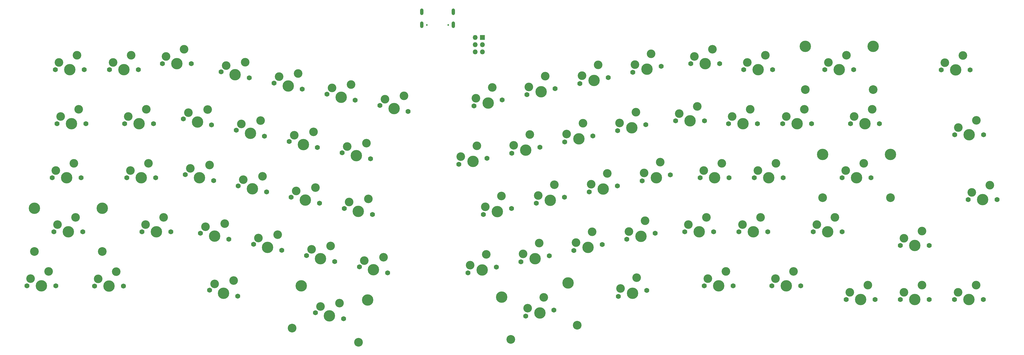
<source format=gts>
G04 #@! TF.GenerationSoftware,KiCad,Pcbnew,(5.1.6)-1*
G04 #@! TF.CreationDate,2020-11-21T10:53:14+09:00*
G04 #@! TF.ProjectId,trifecta,74726966-6563-4746-912e-6b696361645f,rev?*
G04 #@! TF.SameCoordinates,Original*
G04 #@! TF.FileFunction,Soldermask,Top*
G04 #@! TF.FilePolarity,Negative*
%FSLAX46Y46*%
G04 Gerber Fmt 4.6, Leading zero omitted, Abs format (unit mm)*
G04 Created by KiCad (PCBNEW (5.1.6)-1) date 2020-11-21 10:53:14*
%MOMM*%
%LPD*%
G01*
G04 APERTURE LIST*
%ADD10C,4.007800*%
%ADD11C,3.068000*%
%ADD12C,1.770000*%
%ADD13C,3.020000*%
%ADD14O,1.720000X1.720000*%
%ADD15R,1.720000X1.720000*%
%ADD16O,1.220000X2.320000*%
%ADD17C,0.620000*%
G04 APERTURE END LIST*
D10*
X176801763Y-95128601D03*
X200156015Y-90164502D03*
D11*
X179970337Y-110035571D03*
X203324589Y-105071471D03*
D12*
X195164190Y-99664969D03*
X185226210Y-101777351D03*
D13*
X185940362Y-99028809D03*
D10*
X190195200Y-100721160D03*
D13*
X191623504Y-95224074D03*
D12*
X258180340Y-91187186D03*
X248020340Y-91187186D03*
D13*
X249290340Y-88647186D03*
D10*
X253100340Y-91187186D03*
D13*
X255640340Y-86107186D03*
D12*
X281992840Y-91187186D03*
X271832840Y-91187186D03*
D13*
X273102840Y-88647186D03*
D10*
X276912840Y-91187186D03*
D13*
X279452840Y-86107186D03*
D12*
X308186590Y-95949686D03*
X298026590Y-95949686D03*
D13*
X299296590Y-93409686D03*
D10*
X303106590Y-95949686D03*
D13*
X305646590Y-90869686D03*
D12*
X327236590Y-95949686D03*
X317076590Y-95949686D03*
D13*
X318346590Y-93409686D03*
D10*
X322156590Y-95949686D03*
D13*
X324696590Y-90869686D03*
D12*
X327236590Y-76899686D03*
X317076590Y-76899686D03*
D13*
X318346590Y-74359686D03*
D10*
X322156590Y-76899686D03*
D13*
X324696590Y-71819686D03*
D12*
X296611040Y-72105520D03*
X286451040Y-72105520D03*
D13*
X287721040Y-69565520D03*
D10*
X291531040Y-72105520D03*
D13*
X294071040Y-67025520D03*
D12*
X270438880Y-72120760D03*
X260278880Y-72120760D03*
D13*
X261548880Y-69580760D03*
D10*
X265358880Y-72120760D03*
D13*
X267898880Y-67040760D03*
D12*
X251383800Y-72125840D03*
X241223800Y-72125840D03*
D13*
X242493800Y-69585840D03*
D10*
X246303800Y-72125840D03*
D13*
X248843800Y-67045840D03*
D12*
X227787950Y-92730769D03*
X217849970Y-94843151D03*
D13*
X218564122Y-92094609D03*
D10*
X222818960Y-93786960D03*
D13*
X224247264Y-88289874D03*
D12*
X230774990Y-72613969D03*
X220837010Y-74726351D03*
D13*
X221551162Y-71977809D03*
D10*
X225806000Y-73670160D03*
D13*
X227234304Y-68173074D03*
D12*
X212136470Y-76571289D03*
X202198490Y-78683671D03*
D13*
X202912642Y-75935129D03*
D10*
X207167480Y-77627480D03*
D13*
X208595784Y-72130394D03*
D12*
X193492870Y-80538769D03*
X183554890Y-82651151D03*
D13*
X184269042Y-79902609D03*
D10*
X188523880Y-81594960D03*
D13*
X189952184Y-76097874D03*
D12*
X174874670Y-84501169D03*
X164936690Y-86613551D03*
D13*
X165650842Y-83865009D03*
D10*
X169905680Y-85557360D03*
D13*
X171333984Y-80060274D03*
D12*
X180239150Y-63891609D03*
X170301170Y-66003991D03*
D13*
X171015322Y-63255449D03*
D10*
X175270160Y-64947800D03*
D13*
X176698464Y-59450714D03*
D12*
X198867510Y-59913969D03*
X188929530Y-62026351D03*
D13*
X189643682Y-59277809D03*
D10*
X193898520Y-60970160D03*
D13*
X195326824Y-55473074D03*
D12*
X217495870Y-55966809D03*
X207557890Y-58079191D03*
D13*
X208272042Y-55330649D03*
D10*
X212526880Y-57023000D03*
D13*
X213955184Y-51525914D03*
D12*
X236139470Y-52014569D03*
X226201490Y-54126951D03*
D13*
X226915642Y-51378409D03*
D10*
X231170480Y-53070760D03*
D13*
X232598784Y-47573674D03*
D12*
X256748280Y-53065680D03*
X246588280Y-53065680D03*
D13*
X247858280Y-50525680D03*
D10*
X251668280Y-53065680D03*
D13*
X254208280Y-47985680D03*
D12*
X275788120Y-53065680D03*
X265628120Y-53065680D03*
D13*
X266898120Y-50525680D03*
D10*
X270708120Y-53065680D03*
D13*
X273248120Y-47985680D03*
D10*
X289717480Y-44815760D03*
X313593480Y-44815760D03*
D11*
X289717480Y-60055760D03*
X313593480Y-60055760D03*
D12*
X306735480Y-53070760D03*
X296575480Y-53070760D03*
D13*
X297845480Y-50530760D03*
D10*
X301655480Y-53070760D03*
D13*
X304195480Y-47990760D03*
D12*
X346286590Y-95949686D03*
X336126590Y-95949686D03*
D13*
X337396590Y-93409686D03*
D10*
X341206590Y-95949686D03*
D13*
X343746590Y-90869686D03*
D12*
X351089840Y-60741040D03*
X340929840Y-60741040D03*
D13*
X342199840Y-58201040D03*
D10*
X346009840Y-60741040D03*
D13*
X348549840Y-55661040D03*
D12*
X346314640Y-37881040D03*
X336154640Y-37881040D03*
D13*
X337424640Y-35341040D03*
D10*
X341234640Y-37881040D03*
D13*
X343774640Y-32801040D03*
D12*
X309661560Y-34005520D03*
X299501560Y-34005520D03*
D13*
X300771560Y-31465520D03*
D10*
X304581560Y-34005520D03*
D13*
X307121560Y-28925520D03*
D12*
X285810960Y-34020760D03*
X275650960Y-34020760D03*
D13*
X276920960Y-31480760D03*
D10*
X280730960Y-34020760D03*
D13*
X283270960Y-28940760D03*
D12*
X266745720Y-34025840D03*
X256585720Y-34025840D03*
D13*
X257855720Y-31485840D03*
D10*
X261665720Y-34025840D03*
D13*
X264205720Y-28945840D03*
D12*
X248122440Y-32964120D03*
X237962440Y-32964120D03*
D13*
X239232440Y-30424120D03*
D10*
X243042440Y-32964120D03*
D13*
X245582440Y-27884120D03*
D12*
X227513630Y-34361569D03*
X217575650Y-36473951D03*
D13*
X218289802Y-33725409D03*
D10*
X222544640Y-35417760D03*
D13*
X223972944Y-29920674D03*
D12*
X208885270Y-38308729D03*
X198947290Y-40421111D03*
D13*
X199661442Y-37672569D03*
D10*
X203916280Y-39364920D03*
D13*
X205344584Y-33867834D03*
D12*
X190241670Y-42266049D03*
X180303690Y-44378431D03*
D13*
X181017842Y-41629889D03*
D10*
X185272680Y-43322240D03*
D13*
X186700984Y-37825154D03*
D12*
X171623470Y-46228449D03*
X161685490Y-48340831D03*
D13*
X162399642Y-45592289D03*
D10*
X166654480Y-47284640D03*
D13*
X168082784Y-41787554D03*
D12*
X341590240Y-15021040D03*
X331430240Y-15021040D03*
D13*
X332700240Y-12481040D03*
D10*
X336510240Y-15021040D03*
D13*
X339050240Y-9941040D03*
D12*
X272105120Y-14975840D03*
X261945120Y-14975840D03*
D13*
X263215120Y-12435840D03*
D10*
X267025120Y-14975840D03*
D13*
X269565120Y-9895840D03*
D12*
X253476760Y-12827000D03*
X243316760Y-12827000D03*
D13*
X244586760Y-10287000D03*
D10*
X248396760Y-12827000D03*
D13*
X250936760Y-7747000D03*
D12*
X232883190Y-13762169D03*
X222945210Y-15874551D03*
D13*
X223659362Y-13126009D03*
D10*
X227914200Y-14818360D03*
D13*
X229342504Y-9321274D03*
D12*
X214234510Y-17734729D03*
X204296530Y-19847111D03*
D13*
X205010682Y-17098569D03*
D10*
X209265520Y-18790920D03*
D13*
X210693824Y-13293834D03*
D12*
X195601070Y-21676809D03*
X185663090Y-23789191D03*
D13*
X186377242Y-21040649D03*
D10*
X190632080Y-22733000D03*
D13*
X192060384Y-17235914D03*
D10*
X283646880Y-6705600D03*
X307522880Y-6705600D03*
D11*
X283646880Y-21945600D03*
X307522880Y-21945600D03*
D12*
X300664880Y-14960600D03*
X290504880Y-14960600D03*
D13*
X291774880Y-12420600D03*
D10*
X295584880Y-14960600D03*
D13*
X298124880Y-9880600D03*
D12*
X176967630Y-25629049D03*
X167029650Y-27741431D03*
D13*
X167743802Y-24992889D03*
D10*
X171998640Y-26685240D03*
D13*
X173426944Y-21188154D03*
D10*
X106218785Y-91144942D03*
X129573037Y-96109041D03*
D11*
X103050211Y-106051911D03*
X126404463Y-111016011D03*
D12*
X121148590Y-102757791D03*
X111210610Y-100645409D03*
D13*
X112980953Y-98424962D03*
D10*
X116179600Y-101701600D03*
D13*
X119720286Y-97260706D03*
D12*
X83896950Y-94802511D03*
X73958970Y-92690129D03*
D13*
X75729313Y-90469682D03*
D10*
X78927960Y-93746320D03*
D13*
X82468646Y-89305426D03*
D12*
X19862800Y-91165680D03*
X9702800Y-91165680D03*
D13*
X10972800Y-88625680D03*
D10*
X14782800Y-91165680D03*
D13*
X17322800Y-86085680D03*
D10*
X12364720Y-63835280D03*
X36240720Y-63835280D03*
D11*
X12364720Y-79075280D03*
X36240720Y-79075280D03*
D12*
X29382720Y-72090280D03*
X19222720Y-72090280D03*
D13*
X20492720Y-69550280D03*
D10*
X24302720Y-72090280D03*
D13*
X26842720Y-67010280D03*
D12*
X43682920Y-91191080D03*
X33522920Y-91191080D03*
D13*
X34792920Y-88651080D03*
D10*
X38602920Y-91191080D03*
D13*
X41142920Y-86111080D03*
D12*
X60345320Y-72080120D03*
X50185320Y-72080120D03*
D13*
X51455320Y-69540120D03*
D10*
X55265320Y-72080120D03*
D13*
X57805320Y-67000120D03*
D12*
X80742270Y-74685711D03*
X70804290Y-72573329D03*
D13*
X72574633Y-70352882D03*
D10*
X75773280Y-73629520D03*
D13*
X79313966Y-69188626D03*
D12*
X99375710Y-78632871D03*
X89437730Y-76520489D03*
D13*
X91208073Y-74300042D03*
D10*
X94406720Y-77576680D03*
D13*
X97947406Y-73135786D03*
D12*
X118009150Y-82610511D03*
X108071170Y-80498129D03*
D13*
X109841513Y-78277682D03*
D10*
X113040160Y-81554320D03*
D13*
X116580846Y-77113426D03*
D12*
X136629890Y-86565291D03*
X126691910Y-84452909D03*
D13*
X128462253Y-82232462D03*
D10*
X131660900Y-85509100D03*
D13*
X135201586Y-81068206D03*
D12*
X131293350Y-65963351D03*
X121355370Y-63850969D03*
D13*
X123125713Y-61630522D03*
D10*
X126324360Y-64907160D03*
D13*
X129865046Y-60466266D03*
D12*
X112659910Y-61995871D03*
X102721930Y-59883489D03*
D13*
X104492273Y-57663042D03*
D10*
X107690920Y-60939680D03*
D13*
X111231606Y-56498786D03*
D12*
X94031550Y-58033471D03*
X84093570Y-55921089D03*
D13*
X85863913Y-53700642D03*
D10*
X89062560Y-56977280D03*
D13*
X92603246Y-52536386D03*
D12*
X75393030Y-54065991D03*
X65455050Y-51953609D03*
D13*
X67225393Y-49733162D03*
D10*
X70424040Y-53009800D03*
D13*
X73964726Y-48568906D03*
D12*
X54991000Y-53030120D03*
X44831000Y-53030120D03*
D13*
X46101000Y-50490120D03*
D10*
X49911000Y-53030120D03*
D13*
X52451000Y-47950120D03*
D12*
X28803100Y-53036386D03*
X18643100Y-53036386D03*
D13*
X19913100Y-50496386D03*
D10*
X23723100Y-53036386D03*
D13*
X26263100Y-47956386D03*
D12*
X30490160Y-33985200D03*
X20330160Y-33985200D03*
D13*
X21600160Y-31445200D03*
D10*
X25410160Y-33985200D03*
D13*
X27950160Y-28905200D03*
D12*
X54284880Y-33975040D03*
X44124880Y-33975040D03*
D13*
X45394880Y-31435040D03*
D10*
X49204880Y-33975040D03*
D13*
X51744880Y-28895040D03*
D12*
X74691990Y-34457191D03*
X64754010Y-32344809D03*
D13*
X66524353Y-30124362D03*
D10*
X69723000Y-33401000D03*
D13*
X73263686Y-28960106D03*
D12*
X93325430Y-38414511D03*
X83387450Y-36302129D03*
D13*
X85157793Y-34081682D03*
D10*
X88356440Y-37358320D03*
D13*
X91897126Y-32917426D03*
D12*
X111948710Y-42376911D03*
X102010730Y-40264529D03*
D13*
X103781073Y-38044082D03*
D10*
X106979720Y-41320720D03*
D13*
X110520406Y-36879826D03*
D12*
X130592310Y-46339311D03*
X120654330Y-44226929D03*
D13*
X122424673Y-42006482D03*
D10*
X125623320Y-45283120D03*
D13*
X129164006Y-40842226D03*
D12*
X143861270Y-29697231D03*
X133923290Y-27584849D03*
D13*
X135693633Y-25364402D03*
D10*
X138892280Y-28641040D03*
D13*
X142432966Y-24200146D03*
D12*
X125232910Y-25724671D03*
X115294930Y-23612289D03*
D13*
X117065273Y-21391842D03*
D10*
X120263920Y-24668480D03*
D13*
X123804606Y-20227586D03*
D12*
X106599470Y-21772431D03*
X96661490Y-19660049D03*
D13*
X98431833Y-17439602D03*
D10*
X101630480Y-20716240D03*
D13*
X105171166Y-16275346D03*
D12*
X87960950Y-17815111D03*
X78022970Y-15702729D03*
D13*
X79793313Y-13482282D03*
D10*
X82991960Y-16758920D03*
D13*
X86532646Y-12318026D03*
D12*
X67569080Y-12806680D03*
X57409080Y-12806680D03*
D13*
X58679080Y-10266680D03*
D10*
X62489080Y-12806680D03*
D13*
X65029080Y-7726680D03*
D12*
X48940720Y-14945360D03*
X38780720Y-14945360D03*
D13*
X40050720Y-12405360D03*
D10*
X43860720Y-14945360D03*
D13*
X46400720Y-9865360D03*
D12*
X29890720Y-14940280D03*
X19730720Y-14940280D03*
D13*
X21000720Y-12400280D03*
D10*
X24810720Y-14940280D03*
D13*
X27350720Y-9860280D03*
D14*
X167487600Y-8651240D03*
X170027600Y-8651240D03*
X167487600Y-6111240D03*
X170027600Y-6111240D03*
X167487600Y-3571240D03*
D15*
X170027600Y-3571240D03*
D16*
X148636840Y862760D03*
X159786840Y862760D03*
X148636840Y5462760D03*
X159786840Y5462760D03*
D17*
X150461840Y782760D03*
X157961840Y782760D03*
M02*

</source>
